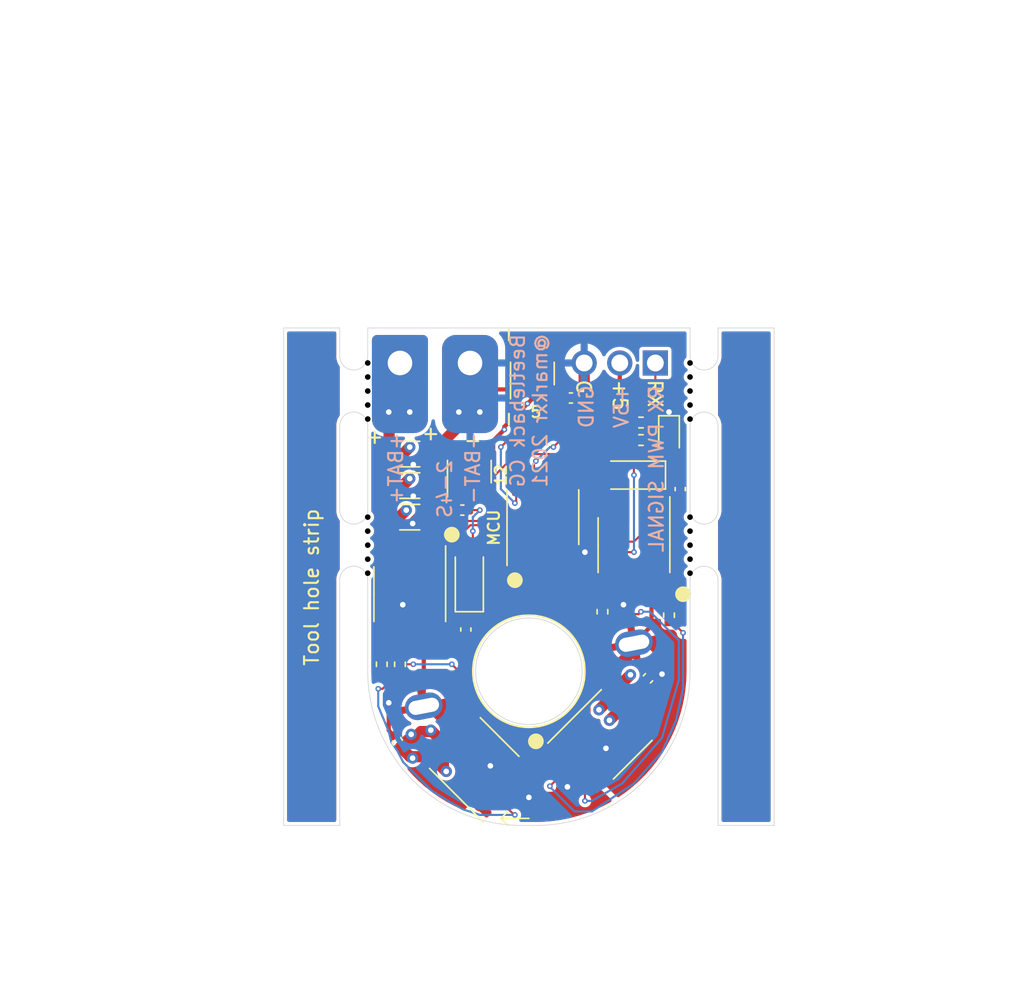
<source format=kicad_pcb>
(kicad_pcb (version 20210722) (generator pcbnew)
  (title_block (date "2021-01-21") (rev "2"))
  (layers (0 "F.Cu" signal) (1 "In1.Cu" signal) (2 "In2.Cu" signal) (31 "B.Cu" signal) (34 "B.Paste" user) (35 "F.Paste" user) (36 "B.SilkS" user "B.Silkscreen") (37 "F.SilkS" user "F.Silkscreen") (38 "B.Mask" user) (39 "F.Mask" user) (44 "Edge.Cuts" user))
  (net 0 "")
  (net 1 "+12V")
  (net 2 "/BLINKY")
  (net 3 "/GH1")
  (net 4 "/GL1")
  (net 5 "/GH2")
  (net 6 "Net-(C2-Pad1)")
  (net 7 "GND")
  (net 8 "/GL2")
  (net 9 "Net-(C3-Pad1)")
  (net 10 "/VBAT")
  (net 11 "/PWMIN")
  (net 12 "/MOTOR_PWM_2")
  (net 13 "/MOTOR_PWM_1")
  (net 14 "/MOTOR_PAD_2")
  (net 15 "/MOTOR_PAD_1")
  (net 16 "+5V")
  (net 17 "Net-(D2-Pad2)")
  (net 19 "/MOTOR_EN")
  (net 20 "/PWMIN1")
  (net 21 "/GH2OUT")
  (net 22 "/GL2OUT")
  (net 23 "/GH1OUT")
  (net 24 "/GL1OUT")
  (footprint "Capacitor_SMD:C_0402_1005Metric" (layer "F.Cu") (at 84.85 122 180)
    (fp_text reference "C1" hide)
    (fp_text value "1uF 25v")
    (pad "1" smd roundrect locked (at -0.48 0 180) (size 0.56 0.62) (layers "F.Cu" "F.Paste" "F.Mask") (net 1 "+12V"))
    (pad "2" smd roundrect locked (at 0.48 0 180) (size 0.56 0.62) (layers "F.Cu" "F.Paste" "F.Mask") (net 7 "GND"))
  )
  (footprint "Capacitor_SMD:C_0402_1005Metric" (layer "F.Cu") (at 100.4 120.5 -90)
    (fp_text reference "C2" hide)
    (fp_text value "1uF 25v")
    (pad "1" smd roundrect locked (at -0.48 0 270) (size 0.56 0.62) (layers "F.Cu" "F.Paste" "F.Mask") (net 6 "Net-(C2-Pad1)"))
    (pad "2" smd roundrect locked (at 0.48 0 270) (size 0.56 0.62) (layers "F.Cu" "F.Paste" "F.Mask") (net 14 "/MOTOR_PAD_2"))
  )
  (footprint "beetleback:bbb_motorpin" (layer "F.Cu") (at 97.1 131.5 -79)
    (fp_text reference "J4" hide)
    (fp_text value "motor_pad_2" hide)
    (pad "1" thru_hole oval locked (at 0 0 281) (size 1.8 2.7) (drill oval 1 2.2) (layers *.Cu *.Mask) (net 14 "/MOTOR_PAD_2"))
  )
  (footprint "Diode_SMD:D_SOD-123" (layer "F.Cu") (at 97.1 119.5 180)
    (fp_text reference "D1" hide)
    (fp_text value "B5819W")
    (pad "1" smd rect locked (at -1.65 0 180) (size 0.9 1.2) (layers "F.Cu" "F.Paste" "F.Mask") (net 6 "Net-(C2-Pad1)"))
    (pad "2" smd rect locked (at 1.65 0 180) (size 0.9 1.2) (layers "F.Cu" "F.Paste" "F.Mask") (net 1 "+12V"))
  )
  (footprint "Resistor_SMD:R_0402_1005Metric" (layer "F.Cu") (at 97.6 115.75 180)
    (fp_text reference "R1" hide)
    (fp_text value "1k")
    (pad "1" smd roundrect locked (at -0.51 0 180) (size 0.54 0.64) (layers "F.Cu" "F.Paste" "F.Mask") (net 20 "/PWMIN1"))
    (pad "2" smd roundrect locked (at 0.51 0 180) (size 0.54 0.64) (layers "F.Cu" "F.Paste" "F.Mask") (net 11 "/PWMIN"))
  )
  (footprint "Capacitor_SMD:C_1206_3216Metric" (layer "F.Cu") (at 81.1 122.5)
    (fp_text reference "C5" hide)
    (fp_text value "22uF 25v")
    (pad "1" smd roundrect locked (at -1.475 0) (size 1.15 1.8) (layers "F.Cu" "F.Paste" "F.Mask") (roundrect_rratio 0.2173913043) (net 10 "/VBAT"))
    (pad "2" smd roundrect locked (at 1.475 0) (size 1.15 1.8) (layers "F.Cu" "F.Paste" "F.Mask") (roundrect_rratio 0.2173913043) (net 7 "GND"))
  )
  (footprint "Resistor_SMD:R_0402_1005Metric" (layer "F.Cu") (at 99.6 129.5 -90)
    (fp_text reference "R5" hide)
    (fp_text value "10R")
    (pad "1" smd roundrect locked (at -0.51 0 270) (size 0.54 0.64) (layers "F.Cu" "F.Paste" "F.Mask") (net 23 "/GH1OUT"))
    (pad "2" smd roundrect locked (at 0.51 0 270) (size 0.54 0.64) (layers "F.Cu" "F.Paste" "F.Mask") (net 3 "/GH1"))
  )
  (footprint "beetleback:mousebites" (layer "F.Cu") (at 78.1 113.5 90)
    (fp_text reference "REF**" hide)
    (fp_text value "mousebites")
    (pad "" np_thru_hole circle locked (at 0 0 90) (size 0.8 0.8) (drill 0.4) (layers *.Mask))
    (pad "" np_thru_hole circle locked (at 2 0 90) (size 0.8 0.8) (drill 0.4) (layers *.Mask))
    (pad "" np_thru_hole circle locked (at 1 0 90) (size 0.8 0.8) (drill 0.4) (layers *.Mask))
    (pad "" np_thru_hole circle locked (at -2 0 90) (size 0.8 0.8) (drill 0.4) (layers *.Mask))
    (pad "" np_thru_hole circle locked (at -1 0 90) (size 0.8 0.8) (drill 0.4) (layers *.Mask))
  )
  (footprint "Package_SO:SOIC-8_3.9x4.9mm_P1.27mm" (layer "F.Cu") (at 85.7 140 135)
    (fp_text reference "Q2" hide)
    (fp_text value "IRF8313PBF")
    (pad "1" smd roundrect locked (at -2.475 -1.905 135) (size 1.95 0.6) (layers "F.Cu" "F.Paste" "F.Mask") (net 15 "/MOTOR_PAD_1"))
    (pad "2" smd roundrect locked (at -2.475 -0.635 135) (size 1.95 0.6) (layers "F.Cu" "F.Paste" "F.Mask") (net 5 "/GH2"))
    (pad "3" smd roundrect locked (at -2.475 0.635 135) (size 1.95 0.6) (layers "F.Cu" "F.Paste" "F.Mask") (net 7 "GND"))
    (pad "4" smd roundrect locked (at -2.475 1.905 135) (size 1.95 0.6) (layers "F.Cu" "F.Paste" "F.Mask") (net 8 "/GL2"))
    (pad "5" smd roundrect locked (at 2.475 1.905 135) (size 1.95 0.6) (layers "F.Cu" "F.Paste" "F.Mask") (net 15 "/MOTOR_PAD_1"))
    (pad "6" smd roundrect locked (at 2.475 0.635 135) (size 1.95 0.6) (layers "F.Cu" "F.Paste" "F.Mask") (net 15 "/MOTOR_PAD_1"))
    (pad "7" smd roundrect locked (at 2.475 -0.635 135) (size 1.95 0.6) (layers "F.Cu" "F.Paste" "F.Mask") (net 10 "/VBAT"))
    (pad "8" smd roundrect locked (at 2.475 -1.905 135) (size 1.95 0.6) (layers "F.Cu" "F.Paste" "F.Mask") (net 10 "/VBAT"))
  )
  (footprint "Package_SO:SOIC-8_3.9x4.9mm_P1.27mm" (layer "F.Cu") (at 90.6 122.5 90)
    (fp_text reference "U1" hide)
    (fp_text value "ATtiny13A-SS")
    (pad "1" smd roundrect locked (at -2.475 -1.905 90) (size 1.95 0.6) (layers "F.Cu" "F.Paste" "F.Mask"))
    (pad "2" smd roundrect locked (at -2.475 -0.635 90) (size 1.95 0.6) (layers "F.Cu" "F.Paste" "F.Mask") (net 12 "/MOTOR_PWM_2"))
    (pad "3" smd roundrect locked (at -2.475 0.635 90) (size 1.95 0.6) (layers "F.Cu" "F.Paste" "F.Mask") (net 2 "/BLINKY"))
    (pad "4" smd roundrect locked (at -2.475 1.905 90) (size 1.95 0.6) (layers "F.Cu" "F.Paste" "F.Mask") (net 7 "GND"))
    (pad "5" smd roundrect locked (at 2.475 1.905 90) (size 1.95 0.6) (layers "F.Cu" "F.Paste" "F.Mask") (net 19 "/MOTOR_EN"))
    (pad "6" smd roundrect locked (at 2.475 0.635 90) (size 1.95 0.6) (layers "F.Cu" "F.Paste" "F.Mask") (net 13 "/MOTOR_PWM_1"))
    (pad "7" smd roundrect locked (at 2.475 -0.635 90) (size 1.95 0.6) (layers "F.Cu" "F.Paste" "F.Mask") (net 11 "/PWMIN"))
    (pad "8" smd roundrect locked (at 2.475 -1.905 90) (size 1.95 0.6) (layers "F.Cu" "F.Paste" "F.Mask") (net 16 "+5V"))
  )
  (footprint "beetleback:mousebites" (layer "F.Cu") (at 101.1 124.5 90)
    (fp_text reference "REF**" hide)
    (fp_text value "mousebites")
    (pad "" np_thru_hole circle locked (at 1 0 90) (size 0.8 0.8) (drill 0.4) (layers *.Mask))
    (pad "" np_thru_hole circle locked (at -2 0 90) (size 0.8 0.8) (drill 0.4) (layers *.Mask))
    (pad "" np_thru_hole circle locked (at 0 0 90) (size 0.8 0.8) (drill 0.4) (layers *.Mask))
    (pad "" np_thru_hole circle locked (at -1 0 90) (size 0.8 0.8) (drill 0.4) (layers *.Mask))
    (pad "" np_thru_hole circle locked (at 2 0 90) (size 0.8 0.8) (drill 0.4) (layers *.Mask))
  )
  (footprint "Capacitor_SMD:C_0402_1005Metric" (layer "F.Cu") (at 92.6 114)
    (fp_text reference "C4" hide)
    (fp_text value "1uF 25v")
    (pad "1" smd roundrect locked (at -0.48 0) (size 0.56 0.62) (layers "F.Cu" "F.Paste" "F.Mask") (net 16 "+5V"))
    (pad "2" smd roundrect locked (at 0.48 0) (size 0.56 0.62) (layers "F.Cu" "F.Paste" "F.Mask") (net 7 "GND"))
  )
  (footprint "LED_SMD:LED_0603_1608Metric" (layer "F.Cu") (at 99.6 116.75 -90)
    (fp_text reference "D2" hide)
    (fp_text value "Red LED")
    (pad "1" smd roundrect locked (at -0.7875 0 270) (size 0.875 0.95) (layers "F.Cu" "F.Paste" "F.Mask") (net 7 "GND"))
    (pad "2" smd roundrect locked (at 0.7875 0 270) (size 0.875 0.95) (layers "F.Cu" "F.Paste" "F.Mask") (net 17 "Net-(D2-Pad2)"))
  )
  (footprint "Package_SO:SOIC-8_3.9x4.9mm_P1.27mm" (layer "F.Cu") (at 95.2 138 45)
    (fp_text reference "Q1" hide)
    (fp_text value "IRF8313PBF")
    (pad "1" smd roundrect locked (at -2.475 -1.905 45) (size 1.95 0.6) (layers "F.Cu" "F.Paste" "F.Mask") (net 14 "/MOTOR_PAD_2"))
    (pad "2" smd roundrect locked (at -2.475 -0.635 45) (size 1.95 0.6) (layers "F.Cu" "F.Paste" "F.Mask") (net 3 "/GH1"))
    (pad "3" smd roundrect locked (at -2.475 0.635 45) (size 1.95 0.6) (layers "F.Cu" "F.Paste" "F.Mask") (net 7 "GND"))
    (pad "4" smd roundrect locked (at -2.475 1.905 45) (size 1.95 0.6) (layers "F.Cu" "F.Paste" "F.Mask") (net 4 "/GL1"))
    (pad "5" smd roundrect locked (at 2.475 1.905 45) (size 1.95 0.6) (layers "F.Cu" "F.Paste" "F.Mask") (net 14 "/MOTOR_PAD_2"))
    (pad "6" smd roundrect locked (at 2.475 0.635 45) (size 1.95 0.6) (layers "F.Cu" "F.Paste" "F.Mask") (net 14 "/MOTOR_PAD_2"))
    (pad "7" smd roundrect locked (at 2.475 -0.635 45) (size 1.95 0.6) (layers "F.Cu" "F.Paste" "F.Mask") (net 10 "/VBAT"))
    (pad "8" smd roundrect locked (at 2.475 -1.905 45) (size 1.95 0.6) (layers "F.Cu" "F.Paste" "F.Mask") (net 10 "/VBAT"))
  )
  (footprint "Capacitor_SMD:C_1206_3216Metric" (layer "F.Cu") (at 81.1 120.25)
    (fp_text reference "C6" hide)
    (fp_text value "22uF 25v")
    (pad "1" smd roundrect locked (at -1.475 0) (size 1.15 1.8) (layers "F.Cu" "F.Paste" "F.Mask") (roundrect_rratio 0.2173913043) (net 10 "/VBAT"))
    (pad "2" smd roundrect locked (at 1.475 0) (size 1.15 1.8) (layers "F.Cu" "F.Paste" "F.Mask") (roundrect_rratio 0.2173913043) (net 7 "GND"))
  )
  (footprint "Resistor_SMD:R_0402_1005Metric" (layer "F.Cu") (at 94.85 129.25 -90)
    (fp_text reference "R6" hide)
    (fp_text value "10R")
    (pad "1" smd roundrect locked (at -0.51 0 270) (size 0.54 0.64) (layers "F.Cu" "F.Paste" "F.Mask") (net 24 "/GL1OUT"))
    (pad "2" smd roundrect locked (at 0.51 0 270) (size 0.54 0.64) (layers "F.Cu" "F.Paste" "F.Mask") (net 4 "/GL1"))
  )
  (footprint "beetleback:beetlepower_in" (layer "F.Cu") (at 80.4 111.5)
    (fp_text reference "J2" hide)
    (fp_text value "powerin")
    (pad "1" smd roundrect locked (at 0 2.5) (size 4 5) (layers "F.Cu" "F.Mask") (net 10 "/VBAT"))
    (pad "1" thru_hole roundrect locked (at 0 0) (size 4 4) (drill 1.75) (layers *.Cu *.Mask) (roundrect_rratio 0.091) (net 10 "/VBAT"))
    (pad "1" smd roundrect locked (at 0 2.5) (size 4 5) (layers "B.Cu" "B.Mask") (net 10 "/VBAT"))
    (pad "2" smd roundrect locked (at 5 2.5) (size 4 5) (layers "B.Cu" "B.Mask") (net 7 "GND"))
    (pad "2" thru_hole roundrect locked (at 5 0) (size 4 4) (drill 1.75) (layers *.Cu *.Mask) (net 7 "GND"))
    (pad "2" smd roundrect locked (at 5 2.5) (size 4 5) (layers "F.Cu" "F.Mask") (net 7 "GND"))
  )
  (footprint "Resistor_SMD:R_0402_1005Metric" (layer "F.Cu") (at 97.6 117)
    (fp_text reference "R4" hide)
    (fp_text value "1k")
    (pad "1" smd roundrect locked (at -0.51 0) (size 0.54 0.64) (layers "F.Cu" "F.Paste" "F.Mask") (net 2 "/BLINKY"))
    (pad "2" smd roundrect locked (at 0.51 0) (size 0.54 0.64) (layers "F.Cu" "F.Paste" "F.Mask") (net 17 "Net-(D2-Pad2)"))
  )
  (footprint "Capacitor_SMD:C_0402_1005Metric" (layer "F.Cu") (at 98.1 134 45)
    (fp_text reference "C9" hide)
    (fp_text value "1uF 25v")
    (pad "1" smd roundrect locked (at -0.48 0 45) (size 0.56 0.62) (layers "F.Cu" "F.Paste" "F.Mask") (net 10 "/VBAT"))
    (pad "2" smd roundrect locked (at 0.48 0 45) (size 0.56 0.62) (layers "F.Cu" "F.Paste" "F.Mask") (net 7 "GND"))
  )
  (footprint "Capacitor_SMD:C_0402_1005Metric" (layer "F.Cu") (at 85.1 130.52 -90)
    (fp_text reference "C3" hide)
    (fp_text value "1uF 25v")
    (pad "1" smd roundrect locked (at -0.48 0 270) (size 0.56 0.62) (layers "F.Cu" "F.Paste" "F.Mask") (net 9 "Net-(C3-Pad1)"))
    (pad "2" smd roundrect locked (at 0.48 0 270) (size 0.56 0.62) (layers "F.Cu" "F.Paste" "F.Mask") (net 15 "/MOTOR_PAD_1"))
  )
  (footprint "beetleback:mousebites" (layer "F.Cu") (at 78.1 124.5 90)
    (fp_text reference "REF**" hide)
    (fp_text value "mousebites")
    (pad "" np_thru_hole circle locked (at 1 0 90) (size 0.8 0.8) (drill 0.4) (layers *.Mask))
    (pad "" np_thru_hole circle locked (at 2 0 90) (size 0.8 0.8) (drill 0.4) (layers *.Mask))
    (pad "" np_thru_hole circle locked (at -1 0 90) (size 0.8 0.8) (drill 0.4) (layers *.Mask))
    (pad "" np_thru_hole circle locked (at -2 0 90) (size 0.8 0.8) (drill 0.4) (layers *.Mask))
    (pad "" np_thru_hole circle locked (at 0 0 90) (size 0.8 0.8) (drill 0.4) (layers *.Mask))
  )
  (footprint "Package_TO_SOT_SMD:SOT-23-5" (layer "F.Cu") (at 89.85 112.25 90)
    (fp_text reference "U3" hide)
    (fp_text value "HT7550-2")
    (pad "1" smd roundrect locked (at -1.1375 -0.95 90) (size 1.325 0.6) (layers "F.Cu" "F.Paste" "F.Mask") (net 7 "GND"))
    (pad "2" smd roundrect locked (at -1.1375 0 90) (size 1.325 0.6) (layers "F.Cu" "F.Paste" "F.Mask") (net 10 "/VBAT"))
    (pad "3" smd roundrect locked (at -1.1375 0.95 90) (size 1.325 0.6) (layers "F.Cu" "F.Paste" "F.Mask") (net 16 "+5V"))
    (pad "4" smd roundrect locked (at 1.1375 0.95 90) (size 1.325 0.6) (layers "F.Cu" "F.Paste" "F.Mask"))
    (pad "5" smd roundrect locked (at 1.1375 -0.95 90) (size 1.325 0.6) (layers "F.Cu" "F.Paste" "F.Mask"))
  )
  (footprint "beetleback:mousebites" (layer "F.Cu") (at 101.1 113.5 90)
    (fp_text reference "REF**" hide)
    (fp_text value "mousebites")
    (pad "" np_thru_hole circle locked (at -2 0 90) (size 0.8 0.8) (drill 0.4) (layers *.Mask))
    (pad "" np_thru_hole circle locked (at -1 0 90) (size 0.8 0.8) (drill 0.4) (layers *.Mask))
    (pad "" np_thru_hole circle locked (at 2 0 90) (size 0.8 0.8) (drill 0.4) (layers *.Mask))
    (pad "" np_thru_hole circle locked (at 1 0 90) (size 0.8 0.8) (drill 0.4) (layers *.Mask))
    (pad "" np_thru_hole circle locked (at 0 0 90) (size 0.8 0.8) (drill 0.4) (layers *.Mask))
  )
  (footprint "Resistor_SMD:R_0402_1005Metric" (layer "F.Cu") (at 79.1 133 90)
    (fp_text reference "R3" hide)
    (fp_text value "10R")
    (pad "1" smd roundrect locked (at -0.51 0 90) (size 0.54 0.64) (layers "F.Cu" "F.Paste" "F.Mask") (net 8 "/GL2"))
    (pad "2" smd roundrect locked (at 0.51 0 90) (size 0.54 0.64) (layers "F.Cu" "F.Paste" "F.Mask") (net 22 "/GL2OUT"))
  )
  (footprint "beetleback:rx_pins" (layer "F.Cu") (at 98.625 111.5 -90)
    (fp_text reference "J1" hide)
    (fp_text value "signalin")
    (pad "1" thru_hole rect (at 0 0 270) (size 1.8 1.8) (drill 1.2) (layers *.Cu *.Mask) (net 20 "/PWMIN1"))
    (pad "2" thru_hole oval (at 0 2.54 270) (size 1.8 1.8) (drill 1.2) (layers *.Cu *.Mask) (net 16 "+5V"))
    (pad "3" thru_hole oval (at 0 5.08 270) (size 1.8 1.8) (drill 1.2) (layers *.Cu *.Mask) (net 7 "GND"))
  )
  (footprint "Package_SO:SOIC-8_3.9x4.9mm_P1.27mm" (layer "F.Cu") (at 97.1 124.5 -90)
    (fp_text reference "U2" hide)
    (fp_text value "ADP3110A")
    (pad "1" smd roundrect locked (at -2.475 -1.905 270) (size 1.95 0.6) (layers "F.Cu" "F.Paste" "F.Mask") (net 6 "Net-(C2-Pad1)"))
    (pad "2" smd roundrect locked (at -2.475 -0.635 270) (size 1.95 0.6) (layers "F.Cu" "F.Paste" "F.Mask") (net 12 "/MOTOR_PWM_2"))
    (pad "3" smd roundrect locked (at -2.475 0.635 270) (size 1.95 0.6) (layers "F.Cu" "F.Paste" "F.Mask") (net 19 "/MOTOR_EN"))
    (pad "4" smd roundrect locked (at -2.475 1.905 270) (size 1.95 0.6) (layers "F.Cu" "F.Paste" "F.Mask") (net 1 "+12V"))
    (pad "5" smd roundrect locked (at 2.475 1.905 270) (size 1.95 0.6) (layers "F.Cu" "F.Paste" "F.Mask") (net 24 "/GL1OUT"))
    (pad "6" smd roundrect locked (at 2.475 0.635 270) (size 1.95 0.6) (layers "F.Cu" "F.Paste" "F.Mask") (net 7 "GND"))
    (pad "7" smd roundrect locked (at 2.475 -0.635 270) (size 1.95 0.6) (layers "F.Cu" "F.Paste" "F.Mask") (net 14 "/MOTOR_PAD_2"))
    (pad "8" smd roundrect locked (at 2.475 -1.905 270) (size 1.95 0.6) (layers "F.Cu" "F.Paste" "F.Mask") (net 23 "/GH1OUT"))
  )
  (footprint "Diode_SMD:D_SOD-123" (layer "F.Cu") (at 85.35 127 90)
    (fp_text reference "D3" hide)
    (fp_text value "B5819W")
    (pad "1" smd rect locked (at -1.65 0 90) (size 0.9 1.2) (layers "F.Cu" "F.Paste" "F.Mask") (net 9 "Net-(C3-Pad1)"))
    (pad "2" smd rect locked (at 1.65 0 90) (size 0.9 1.2) (layers "F.Cu" "F.Paste" "F.Mask") (net 1 "+12V"))
  )
  (footprint "Resistor_SMD:R_0402_1005Metric" (layer "F.Cu") (at 80.4 133 90)
    (fp_text reference "R2" hide)
    (fp_text value "10R")
    (pad "1" smd roundrect locked (at -0.51 0 90) (size 0.54 0.64) (layers "F.Cu" "F.Paste" "F.Mask") (net 5 "/GH2"))
    (pad "2" smd roundrect locked (at 0.51 0 90) (size 0.54 0.64) (layers "F.Cu" "F.Paste" "F.Mask") (net 21 "/GH2OUT"))
  )
  (footprint "Capacitor_SMD:C_0402_1005Metric" (layer "F.Cu") (at 80.2 138.5 120)
    (fp_text reference "C8" hide)
    (fp_text value "1uF 25v")
    (pad "1" smd roundrect locked (at -0.48 0 120) (size 0.56 0.62) (layers "F.Cu" "F.Paste" "F.Mask") (net 10 "/VBAT"))
    (pad "2" smd roundrect locked (at 0.48 0 120) (size 0.56 0.62) (layers "F.Cu" "F.Paste" "F.Mask") (net 7 "GND"))
  )
  (footprint "Package_SO:SOIC-8_3.9x4.9mm_P1.27mm" (layer "F.Cu") (at 81.1 128 -90)
    (fp_text reference "U4" hide)
    (fp_text value "ADP3110A")
    (pad "1" smd roundrect locked (at -2.475 -1.905 270) (size 1.95 0.6) (layers "F.Cu" "F.Paste" "F.Mask") (net 9 "Net-(C3-Pad1)"))
    (pad "2" smd roundrect locked (at -2.475 -0.635 270) (size 1.95 0.6) (layers "F.Cu" "F.Paste" "F.Mask") (net 13 "/MOTOR_PWM_1"))
    (pad "3" smd roundrect locked (at -2.475 0.635 270) (size 1.95 0.6) (layers "F.Cu" "F.Paste" "F.Mask") (net 19 "/MOTOR_EN"))
    (pad "4" smd roundrect locked (at -2.475 1.905 270) (size 1.95 0.6) (layers "F.Cu" "F.Paste" "F.Mask") (net 1 "+12V"))
    (pad "5" smd roundrect locked (at 2.475 1.905 270) (size 1.95 0.6) (layers "F.Cu" "F.Paste" "F.Mask") (net 22 "/GL2OUT"))
    (pad "6" smd roundrect locked (at 2.475 0.635 270) (size 1.95 0.6) (layers "F.Cu" "F.Paste" "F.Mask") (net 7 "GND"))
    (pad "7" smd roundrect locked (at 2.475 -0.635 270) (size 1.95 0.6) (layers "F.Cu" "F.Paste" "F.Mask") (net 15 "/MOTOR_PAD_1"))
    (pad "8" smd roundrect locked (at 2.475 -1.905 270) (size 1.95 0.6) (layers "F.Cu" "F.Paste" "F.Mask") (net 21 "/GH2OUT"))
  )
  (footprint "Capacitor_SMD:C_1206_3216Metric" (layer "F.Cu") (at 81.1 118)
    (fp_text reference "C7" hide)
    (fp_text value "22uF 25v")
    (pad "1" smd roundrect locked (at -1.475 0) (size 1.15 1.8) (layers "F.Cu" "F.Paste" "F.Mask") (roundrect_rratio 0.2173913043) (net 10 "/VBAT"))
    (pad "2" smd roundrect locked (at 1.475 0) (size 1.15 1.8) (layers "F.Cu" "F.Paste" "F.Mask") (roundrect_rratio 0.2173913043) (net 7 "GND"))
  )
  (footprint "beetleback:bbb_motorpin" (layer "F.Cu") (at 82.1 136 -79)
    (fp_text reference "J3" hide)
    (fp_text value "motor_pad_1" hide)
    (pad "1" thru_hole oval locked (at 0 0 281) (size 1.8 2.7) (drill oval 1 2.2) (layers *.Cu *.Mask) (net 15 "/MOTOR_PAD_1"))
  )
  (footprint "Package_TO_SOT_SMD:SOT-23-5" (layer "F.Cu") (at 85.35 119.25 90)
    (fp_text reference "U5" hide)
    (fp_text value "HT75C0-2")
    (pad "1" smd roundrect locked (at -1.1375 -0.95 90) (size 1.325 0.6) (layers "F.Cu" "F.Paste" "F.Mask") (net 7 "GND"))
    (pad "2" smd roundrect locked (at -1.1375 0 90) (size 1.325 0.6) (layers "F.Cu" "F.Paste" "F.Mask") (net 10 "/VBAT"))
    (pad "3" smd roundrect locked (at -1.1375 0.95 90) (size 1.325 0.6) (layers "F.Cu" "F.Paste" "F.Mask") (net 1 "+12V"))
    (pad "4" smd roundrect locked (at 1.1375 0.95 90) (size 1.325 0.6) (layers "F.Cu" "F.Paste" "F.Mask"))
    (pad "5" smd roundrect locked (at 1.1375 -0.95 90) (size 1.325 0.6) (layers "F.Cu" "F.Paste" "F.Mask"))
  )
  (gr_circle (center 90.1 138.5) (end 90.6 138.5) (layer "F.SilkS") (width 0.12) (fill solid))
  (gr_circle (center 89.6 133.5) (end 93.6 133.5) (layer "F.SilkS") (width 0.12) (fill none))
  (gr_line (start 87.6 144) (end 88.1 143.5) (layer "F.SilkS") (width 0.12))
  (gr_circle (center 84.1 123.75) (end 84.6 123.75) (layer "F.SilkS") (width 0.12) (fill solid))
  (gr_line (start 87.6 144) (end 88.1 144.5) (layer "F.SilkS") (width 0.12))
  (gr_circle (center 88.6 127) (end 89.1 127) (layer "F.SilkS") (width 0.12) (fill solid))
  (gr_circle (center 100.6 128) (end 101.1 128) (layer "F.SilkS") (width 0.12) (fill solid))
  (gr_line (start 89.6 144) (end 87.6 144) (layer "F.SilkS") (width 0.12))
  (gr_arc (start 102.1 116) (end 101.1 116) (angle 180) (layer "Edge.Cuts") (width 0.05))
  (gr_arc (start 77.1 122) (end 76.1 122) (angle -180) (layer "Edge.Cuts") (width 0.05))
  (gr_line (start 101.1 127) (end 101.1 133.5) (layer "Edge.Cuts") (width 0.05))
  (gr_line (start 76.1 109) (end 72.1 109) (layer "Edge.Cuts") (width 0.05))
  (gr_line (start 103.1 122) (end 103.1 116) (layer "Edge.Cuts") (width 0.05))
  (gr_line (start 103.1 109) (end 107.1 109) (layer "Edge.Cuts") (width 0.05))
  (gr_arc (start 90.1 133.5) (end 101.1 133.5) (angle 90) (layer "Edge.Cuts") (width 0.05))
  (gr_line (start 72.1 144.5) (end 76.1 144.5) (layer "Edge.Cuts") (width 0.05))
  (gr_line (start 76.1 144.5) (end 76.1 127) (layer "Edge.Cuts") (width 0.05))
  (gr_arc (start 89.1 133.5) (end 89.1 144.5) (angle 90) (layer "Edge.Cuts") (width 0.05))
  (gr_line (start 89.1 144.5) (end 90.1 144.5) (layer "Edge.Cuts") (width 0.05))
  (gr_line (start 103.1 109) (end 103.1 111) (layer "Edge.Cuts") (width 0.05))
  (gr_arc (start 102.1 111) (end 103.1 111) (angle 180) (layer "Edge.Cuts") (width 0.05))
  (gr_line (start 78.1 109) (end 101.1 109) (layer "Edge.Cuts") (width 0.05))
  (gr_circle (center 89.6 133.5) (end 93.4 133.5) (layer "Edge.Cuts") (width 0.05) (fill none))
  (gr_arc (start 102.1 122) (end 103.1 122) (angle 180) (layer "Edge.Cuts") (width 0.05))
  (gr_line (start 76.1 122) (end 76.1 116) (layer "Edge.Cuts") (width 0.05))
  (gr_arc (start 102.1 127) (end 101.1 127) (angle 180) (layer "Edge.Cuts") (width 0.05))
  (gr_line (start 107.1 109) (end 107.1 144.5) (layer "Edge.Cuts") (width 0.05))
  (gr_line (start 78.1 111) (end 78.1 109) (layer "Edge.Cuts") (width 0.05))
  (gr_arc (start 77.1 116) (end 78.1 116) (angle -180) (layer "Edge.Cuts") (width 0.05))
  (gr_line (start 101.1 116) (end 101.1 122) (layer "Edge.Cuts") (width 0.05))
  (gr_line (start 78.1 122) (end 78.1 116) (layer "Edge.Cuts") (width 0.05))
  (gr_line (start 101.1 111) (end 101.1 109) (layer "Edge.Cuts") (width 0.05))
  (gr_line (start 78.1 133.5) (end 78.1 127) (layer "Edge.Cuts") (width 0.05))
  (gr_line (start 76.1 109) (end 76.1 111) (layer "Edge.Cuts") (width 0.05))
  (gr_arc (start 77.1 111) (end 76.1 111) (angle -180) (layer "Edge.Cuts") (width 0.05))
  (gr_arc (start 77.1 127) (end 78.1 127) (angle -180) (layer "Edge.Cuts") (width 0.05))
  (gr_line (start 72.1 109) (end 72.1 144.5) (layer "Edge.Cuts") (width 0.05))
  (gr_line (start 103.1 144.5) (end 103.1 127) (layer "Edge.Cuts") (width 0.05))
  (gr_line (start 107.1 144.5) (end 103.1 144.5) (layer "Edge.Cuts") (width 0.05))
  (gr_text "GND" (at 93.7 113 90) (layer "B.SilkS") (effects (font (size 1 1)) (justify left mirror)))
  (gr_text "+5V" (at 96.2 113 90) (layer "B.SilkS") (effects (font (size 1 1)) (justify left mirror)))
  (gr_text "-BAT-" (at 85.6 119 90) (layer "B.SilkS") (effects (font (size 1 1)) (justify mirror)))
  (gr_text "RX PWM SIGNAL" (at 98.7 113 90) (layer "B.SilkS") (effects (font (size 1 1)) (justify left mirror)))
  (gr_text "+BAT+" (at 80.1 119 90) (layer "B.SilkS") (effects (font (size 1 1)) (justify mirror)))
  (gr_text "2-4S" (at 83.6 120.5 90) (layer "B.SilkS") (effects (font (size 1 1)) (justify mirror)))
  (gr_text "Beetleback CG\n@markxr 2021" (at 89.6 114.9 90) (layer "B.SilkS") (effects (font (size 1 1)) (justify mirror)))
  (gr_text "12" (at 87.6 119.5 90) (layer "F.SilkS") (effects (font (size 0.8 0.8))))
  (gr_text "-" (at 85.6 117) (layer "F.SilkS") (effects (font (size 1 1))))
  (gr_text "-" (at 88.1 109.5 90) (layer "F.SilkS") (effects (font (size 1 1))))
  (gr_text "Tool hole strip" (at 74.1 127.5 90) (layer "F.SilkS") (effects (font (size 1 1))))
  (gr_text "G" (at 93.5 112.6 270) (layer "F.SilkS") (effects (font (size 1 1)) (justify left)))
  (gr_text "-" (at 88.1 115.5 90) (layer "F.SilkS") (effects (font (size 1 1))))
  (gr_text "+" (at 82.6 116.5) (layer "F.SilkS") (effects (font (size 1 1))))
  (gr_text "+" (at 78.6 116.75) (layer "F.SilkS") (effects (font (size 1 1))))
  (gr_text "RX" (at 98.6 112.6 270) (layer "F.SilkS") (effects (font (size 1 1)) (justify left)))
  (gr_text "+5" (at 96.1 112.6 270) (layer "F.SilkS") (effects (font (size 1 1)) (justify left)))
  (gr_text "5" (at 90.1 115) (layer "F.SilkS") (effects (font (size 0.8 0.8))))
  (gr_text "MCU" (at 87.1 123.25 90) (layer "F.SilkS") (effects (font (size 0.8 0.8))))
  (segment (start 82.040142 126.724546) (end 79.574546 126.724546) (width 0.15) (layer "F.Cu") (net 1))
  (segment (start 79.195 126.345) (end 79.195 125.525) (width 0.15) (layer "F.Cu") (net 1))
  (segment (start 95.195 119.755) (end 95.45 119.5) (width 0.15) (layer "F.Cu") (net 1))
  (segment (start 95.45 119.5) (end 94.6 119.5) (width 0.15) (layer "F.Cu") (net 1))
  (segment (start 85.35 125.35) (end 84.325454 124.325454) (width 0.15) (layer "F.Cu") (net 1))
  (segment (start 88.6875 118) (end 86.3 120.3875) (width 0.15) (layer "F.Cu") (net 1))
  (segment (start 86.3 121.03) (end 86.3 120.3875) (width 0.15) (layer "F.Cu") (net 1))
  (segment (start 85.6 125.1) (end 85.35 125.35) (width 0.15) (layer "F.Cu") (net 1))
  (segment (start 94.6 119.5) (end 93.1 118) (width 0.15) (layer "F.Cu") (net 1))
  (segment (start 82.259546 124.590454) (end 82.259546 126.505142) (width 0.15) (layer "F.Cu") (net 1))
  (segment (start 85.33 122) (end 86.3 121.03) (width 0.15) (layer "F.Cu") (net 1))
  (segment (start 93.1 118) (end 88.6875 118) (width 0.15) (layer "F.Cu") (net 1))
  (segment (start 95.195 122.025) (end 95.195 119.755) (width 0.15) (layer "F.Cu") (net 1))
  (segment (start 85.33 122) (end 86.1 122) (width 0.15) (layer "F.Cu") (net 1))
  (segment (start 85.6 123.5) (end 85.6 125.1) (width 0.15) (layer "F.Cu") (net 1))
  (segment (start 84.325454 124.325454) (end 82.524546 124.325454) (width 0.15) (layer "F.Cu") (net 1))
  (segment (start 82.259546 126.505142) (end 82.040142 126.724546) (width 0.15) (layer "F.Cu") (net 1))
  (segment (start 82.524546 124.325454) (end 82.259546 124.590454) (width 0.15) (layer "F.Cu") (net 1))
  (segment (start 79.574546 126.724546) (end 79.195 126.345) (width 0.15) (layer "F.Cu") (net 1))
  (via (at 85.6 123.5) (size 0.4) (drill 0.2) (layers "F.Cu" "B.Cu") (net 1))
  (via (at 86.1 122) (size 0.4) (drill 0.2) (layers "F.Cu" "B.Cu") (net 1))
  (segment (start 85.6 122.5) (end 85.6 123.5) (width 0.15) (layer "B.Cu") (net 1))
  (segment (start 86.1 122) (end 85.6 122.5) (width 0.15) (layer "B.Cu") (net 1))
  (segment (start 94.85 125) (end 96.6 125) (width 0.15) (layer "F.Cu") (net 2))
  (segment (start 93.35 126.5) (end 94.85 125) (width 0.15) (layer "F.Cu") (net 2))
  (segment (start 97.1 119.5) (end 97.09 119.49) (width 0.15) (layer "F.Cu") (net 2))
  (segment (start 97.09 119.49) (end 97.09 117) (width 0.15) (layer "F.Cu") (net 2))
  (segment (start 91.785 126.5) (end 93.35 126.5) (width 0.15) (layer "F.Cu") (net 2))
  (segment (start 91.235 124.975) (end 91.235 125.95) (width 0.15) (layer "F.Cu") (net 2))
  (segment (start 91.235 125.95) (end 91.785 126.5) (width 0.15) (layer "F.Cu") (net 2))
  (segment (start 96.6 125) (end 97.1 125) (width 0.15) (layer "F.Cu") (net 2))
  (via (at 97.1 125) (size 0.4) (drill 0.2) (layers "F.Cu" "B.Cu") (net 2))
  (via (at 97.1 119.5) (size 0.4) (drill 0.2) (layers "F.Cu" "B.Cu") (net 2))
  (segment (start 97.1 125) (end 97.1 119.5) (width 0.15) (layer "B.Cu") (net 2))
  (segment (start 93.000898 139.799602) (end 93.000898 139.301076) (width 0.15) (layer "F.Cu") (net 3))
  (segment (start 99.6 130.01) (end 99.86 130.01) (width 0.15) (layer "F.Cu") (net 3))
  (segment (start 91.1 141.7005) (end 93.000898 139.799602) (width 0.15) (layer "F.Cu") (net 3))
  (segment (start 99.86 130.01) (end 100.6 130.75) (width 0.15) (layer "F.Cu") (net 3))
  (via (at 100.6 130.75) (size 0.4) (drill 0.2) (layers "F.Cu" "B.Cu") (net 3))
  (via (at 91.1 141.7005) (size 0.4) (drill 0.2) (layers "F.Cu" "B.Cu") (net 3))
  (segment (start 94.1 143.5) (end 92.85 143.5) (width 0.15) (layer "B.Cu") (net 3))
  (segment (start 99.1 139.25) (end 97.1 141.5) (width 0.15) (layer "B.Cu") (net 3))
  (segment (start 100.6 134.75) (end 100.1 137) (width 0.15) (layer "B.Cu") (net 3))
  (segment (start 92.85 143.5) (end 91.1 141.75) (width 0.15) (layer "B.Cu") (net 3))
  (segment (start 97.1 141.5) (end 94.1 143.5) (width 0.15) (layer "B.Cu") (net 3))
  (segment (start 100.1 137) (end 99.1 139.25) (width 0.15) (layer "B.Cu") (net 3))
  (segment (start 91.1 141.75) (end 91.1 141.7005) (width 0.15) (layer "B.Cu") (net 3))
  (segment (start 100.6 130.75) (end 100.6 134.75) (width 0.15) (layer "B.Cu") (net 3))
  (segment (start 93.6 142.25) (end 94.752872 141.097128) (width 0.15) (layer "F.Cu") (net 4))
  (segment (start 97.6 129.25) (end 97.425489 129.424511) (width 0.15) (layer "F.Cu") (net 4))
  (segment (start 97.425489 129.424511) (end 95.185489 129.424511) (width 0.15) (layer "F.Cu") (net 4))
  (segment (start 93.6 142.75) (end 93.6 142.25) (width 0.15) (layer "F.Cu") (net 4))
  (segment (start 94.752872 141.097128) (end 94.796949 141.097128) (width 0.15) (layer "F.Cu") (net 4))
  (segment (start 95.185489 129.424511) (end 94.85 129.76) (width 0.15) (layer "F.Cu") (net 4))
  (via (at 93.6 142.75) (size 0.4) (drill 0.2) (layers "F.Cu" "B.Cu") (net 4))
  (via (at 97.6 129.25) (size 0.4) (drill 0.2) (layers "F.Cu" "B.Cu") (net 4))
  (segment (start 99.1 138.25) (end 96.263462 141.5) (width 0.15) (layer "B.Cu") (net 4))
  (segment (start 94.1 142.75) (end 93.6 142.75) (width 0.15) (layer "B.Cu") (net 4))
  (segment (start 100.3 131.3) (end 100.3 134.126414) (width 0.15) (layer "B.Cu") (net 4))
  (segment (start 97.6 129.25) (end 98.25 129.25) (width 0.15) (layer "B.Cu") (net 4))
  (segment (start 98.25 129.25) (end 100.3 131.3) (width 0.15) (layer "B.Cu") (net 4))
  (segment (start 100.3 134.126414) (end 99.1 138.25) (width 0.15) (layer "B.Cu") (net 4))
  (segment (start 96.263462 141.5) (end 94.1 142.75) (width 0.15) (layer "B.Cu") (net 4))
  (segment (start 88.551974 143.75) (end 87.001076 142.199102) (width 0.15) (layer "F.Cu") (net 5))
  (segment (start 79.16 134.75) (end 80.4 133.51) (width 0.15) (layer "F.Cu") (net 5))
  (segment (start 78.85 134.75) (end 79.16 134.75) (width 0.15) (layer "F.Cu") (net 5))
  (segment (start 88.6 143.75) (end 88.551974 143.75) (width 0.15) (layer "F.Cu") (net 5))
  (via (at 88.6 143.75) (size 0.4) (drill 0.2) (layers "F.Cu" "B.Cu") (net 5))
  (via (at 78.85 134.75) (size 0.4) (drill 0.2) (layers "F.Cu" "B.Cu") (net 5))
  (segment (start 80.625489 139.979393) (end 82.646096 142) (width 0.15) (layer "B.Cu") (net 5))
  (segment (start 79.6 137.8) (end 79.786646 138.563354) (width 0.15) (layer "B.Cu") (net 5))
  (segment (start 83.85 142.75) (end 84.908276 143.354729) (width 0.15) (layer "B.Cu") (net 5))
  (segment (start 78.85 136) (end 79.6 137.8) (width 0.15) (layer "B.Cu") (net 5))
  (segment (start 80.200291 139.149709) (end 80.625489 139.979393) (width 0.15) (layer "B.Cu") (net 5))
  (segment (start 86.1 143.75) (end 88.6 143.75) (width 0.15) (layer "B.Cu") (net 5))
  (segment (start 84.908276 143.354729) (end 86.1 143.75) (width 0.15) (layer "B.Cu") (net 5))
  (segment (start 82.646096 142) (end 83.85 142.75) (width 0.15) (layer "B.Cu") (net 5))
  (segment (start 78.85 134.75) (end 78.85 136) (width 0.15) (layer "B.Cu") (net 5))
  (segment (start 79.786646 138.563354) (end 80.200291 139.149709) (width 0.15) (layer "B.Cu") (net 5))
  (segment (start 99.005 120.655) (end 99.005 122.025) (width 0.15) (layer "F.Cu") (net 6))
  (segment (start 98.75 120.4) (end 99.005 120.655) (width 0.15) (layer "F.Cu") (net 6))
  (segment (start 100.4 120.02) (end 99.005 121.415) (width 0.15) (layer "F.Cu") (net 6))
  (segment (start 99.005 121.415) (end 99.005 122.025) (width 0.15) (layer "F.Cu") (net 6))
  (segment (start 98.75 119.5) (end 98.75 120.4) (width 0.15) (layer "F.Cu") (net 6))
  (segment (start 80.465 128.885) (end 80.6 128.75) (width 0.3) (layer "F.Cu") (net 7))
  (segment (start 79.6 137.724308) (end 79.96 138.084308) (width 0.3) (layer "F.Cu") (net 7))
  (segment (start 93.08 114) (end 93.08 113.52) (width 0.8) (layer "F.Cu") (net 7))
  (segment (start 80.465 130.475) (end 80.465 128.885) (width 0.3) (layer "F.Cu") (net 7))
  (segment (start 81.763534 122.5) (end 81.306767 122.956767) (width 0.8) (layer "F.Cu") (net 7))
  (segment (start 93.545 112.945) (end 93.545 111.5) (width 0.8) (layer "F.Cu") (net 7))
  (segment (start 96.465 126.975) (end 96.465 128.635) (width 0.3) (layer "F.Cu") (net 7))
  (segment (start 89.1 142.5) (end 91.598026 142.5) (width 0.8) (layer "F.Cu") (net 7))
  (segment (start 87.899102 141.301076) (end 87.901076 141.301076) (width 0.8) (layer "F.Cu") (net 7))
  (segment (start 82.575 122.5) (end 81.763534 122.5) (width 0.8) (layer "F.Cu") (net 7))
  (segment (start 87.899102 141.299102) (end 86.85 140.25) (width 0.8) (layer "F.Cu") (net 7))
  (segment (start 82.575 122.5) (end 82.575 120.25) (width 0.8) (layer "F.Cu") (net 7))
  (segment (start 87.2125 113.3875) (end 85.8 111.975) (width 0.3) (layer "F.Cu") (net 7))
  (segment (start 84.37 122) (end 84.37 120.4175) (width 0.3) (layer "F.Cu") (net 7))
  (segment (start 79.6 135.75) (end 79.6 137.724308) (width 0.3) (layer "F.Cu") (net 7))
  (segment (start 87.901076 141.301076) (end 89.1 142.5) (width 0.8) (layer "F.Cu") (net 7))
  (segment (start 99.058469 133.660589) (end 99.1005 133.70262) (width 0.3) (layer "F.Cu") (net 7))
  (segment (start 93.08 113.52) (end 93.6 113) (width 0.8) (layer "F.Cu") (net 7))
  (segment (start 98.439411 133.660589) (end 99.058469 133.660589) (width 0.3) (layer "F.Cu") (net 7))
  (segment (start 93.898924 140.199102) (end 93.900898 140.199102) (width 0.8) (layer "F.Cu") (net 7))
  (segment (start 91.598026 142.5) (end 93.898924 140.199102) (width 0.8) (layer "F.Cu") (net 7))
  (segment (start 93.6 113) (end 93.545 112.945) (width 0.8) (layer "F.Cu") (net 7))
  (segment (start 82.575 120.25) (end 82.575 118) (width 0.8) (layer "F.Cu") (net 7))
  (segment (start 82.7125 120.3875) (end 82.575 120.25) (width 0.8) (layer "F.Cu") (net 7))
  (segment (start 82.575 118) (end 82.6 118) (width 0.8) (layer "F.Cu") (net 7))
  (segment (start 82.575 118) (end 82.1 118) (width 0.8) (layer "F.Cu") (net 7))
  (segment (start 85.4 115.2) (end 85.4 114) (width 0.8) (layer "F.Cu") (net 7))
  (segment (start 82.6 118) (end 85.4 115.2) (width 0.8) (layer "F.Cu") (net 7))
  (segment (start 88.9 113.3875) (end 87.2125 113.3875) (width 0.3) (layer "F.Cu") (net 7))
  (segment (start 82.1 120.25) (end 81.35 121) (width 0.8) (layer "F.Cu") (net 7))
  (segment (start 99.6 115.9625) (end 99.6 115) (width 0.3) (layer "F.Cu") (net 7))
  (segment (start 82.575 120.25) (end 82.1 120.25) (width 0.8) (layer "F.Cu") (net 7))
  (segment (start 96.465 128.635) (end 96.35 128.75) (width 0.3) (layer "F.Cu") (net 7))
  (segment (start 84.4 120.3875) (end 82.7125 120.3875) (width 0.8) (layer "F.Cu") (net 7))
  (segment (start 93.900898 140.199102) (end 95.1 139) (width 0.8) (layer "F.Cu") (net 7))
  (segment (start 92.505 124.975) (end 93.575 124.975) (width 0.3) (layer "F.Cu") (net 7))
  (segment (start 87.899102 141.301076) (end 87.899102 141.299102) (width 0.8) (layer "F.Cu") (net 7))
  (segment (start 84.37 120.4175) (end 84.4 120.3875) (width 0.3) (layer "F.Cu") (net 7))
  (segment (start 82.1 118) (end 81.35 118.75) (width 0.8) (layer "F.Cu") (net 7))
  (segment (start 85.8 111.975) (end 85.8 111.5) (width 0.3) (layer "F.Cu") (net 7))
  (segment (start 93.575 124.975) (end 93.6 125) (width 0.3) (layer "F.Cu") (net 7))
  (via (at 81.306767 122.956767) (size 0.8) (drill 0.4) (layers "F.Cu" "B.Cu") (net 7))
  (via (at 80.6 128.75) (size 0.8) (drill 0.4) (layers "F.Cu" "B.Cu") (net 7))
  (via (at 99.6 115) (size 0.8) (drill 0.4) (layers "F.Cu" "B.Cu") (net 7))
  (via (at 89.6 142.5) (size 0.8) (drill 0.4) (layers "F.Cu" "B.Cu") (net 7))
  (via (at 79.6 135.75) (size 0.8) (drill 0.4) (layers "F.Cu" "B.Cu") (net 7))
  (via (at 81.35 118.75) (size 0.8) (drill 0.4) (layers "F.Cu" "B.Cu") (net 7))
  (via (at 86.85 140.25) (size 0.8) (drill 0.4) (layers "F.Cu" "B.Cu") (net 7))
  (via (at 81.35 121) (size 0.8) (drill 0.4) (layers "F.Cu" "B.Cu") (net 7))
  (via (at 93.6 125) (size 0.8) (drill 0.4) (layers "F.Cu" "B.Cu") (net 7))
  (via (at 84.6 115) (size 0.8) (drill 0.4) (layers "F.Cu" "B.Cu") (net 7))
  (via (at 99.1005 133.70262) (size 0.8) (drill 0.4) (layers "F.Cu" "B.Cu") (net 7))
  (via (at 92.35 141.75) (size 0.8) (drill 0.4) (layers "F.Cu" "B.Cu") (net 7))
  (via (at 96.35 128.75) (size 0.8) (drill 0.4) (layers "F.Cu" "B.Cu") (net 7))
  (via (at 86.1 115) (size 0.8) (drill 0.4) (layers "F.Cu" "B.Cu") (net 7))
  (via (at 95.1 139) (size 0.8) (drill 0.4) (layers "F.Cu" "B.Cu") (net 7))
  (segment (start 84.1 133) (end 85.6 134.5) (width 0.15) (layer "F.Cu") (net 8))
  (segment (start 79.61 133) (end 81.35 133) (width 0.15) (layer "F.Cu") (net 8))
  (segment (start 88.852932 138.752932) (end 88.852932 140.347247) (width 0.15) (layer "F.Cu") (net 8))
  (segment (start 85.6 135.5) (end 88.852932 138.752932) (width 0.15) (layer "F.Cu") (net 8))
  (segment (start 88.852932 140.347247) (end 88.797128 140.403051) (width 0.15) (layer "F.Cu") (net 8))
  (segment (start 85.6 134.5) (end 85.6 135.5) (width 0.15) (layer "F.Cu") (net 8))
  (segment (start 79.1 133.51) (end 79.61 133) (width 0.15) (layer "F.Cu") (net 8))
  (via (at 81.35 133) (size 0.4) (drill 0.2) (layers "F.Cu" "B.Cu") (net 8))
  (via (at 84.1 133) (size 0.4) (drill 0.2) (layers "F.Cu" "B.Cu") (net 8))
  (segment (start 81.35 133) (end 84.1 133) (width 0.15) (layer "B.Cu") (net 8))
  (segment (start 85.35 127.06) (end 85.35 128.65) (width 0.15) (layer "F.Cu") (net 9))
  (segment (start 83.815 125.525) (end 85.35 127.06) (width 0.15) (layer "F.Cu") (net 9))
  (segment (start 85.35 129.79) (end 85.1 130.04) (width 0.15) (layer "F.Cu") (net 9))
  (segment (start 85.35 128.65) (end 85.35 129.79) (width 0.15) (layer "F.Cu") (net 9))
  (segment (start 83.005 125.525) (end 83.815 125.525) (width 0.15) (layer "F.Cu") (net 9))
  (segment (start 95.603051 134.902872) (end 96.501076 135.800898) (width 0.8) (layer "F.Cu") (net 10))
  (segment (start 96.501076 135.848924) (end 95.35 137) (width 0.8) (layer "F.Cu") (net 10))
  (segment (start 95.697128 134.902872) (end 96.85 133.75) (width 0.8) (layer "F.Cu") (net 10))
  (segment (start 86.40601 119.375454) (end 85.943082 119.375454) (width 0.3) (layer "F.Cu") (net 10))
  (segment (start 82.602872 139.596949) (end 82.650837 139.596949) (width 0.8) (layer "F.Cu") (net 10))
  (segment (start 81.121257 139.596949) (end 80.44 138.915692) (width 0.8) (layer "F.Cu") (net 10))
  (segment (start 85.943082 119.375454) (end 85.35 119.968536) (width 0.3) (layer "F.Cu") (net 10))
  (segment (start 89.85 113.3875) (end 89.85 114.05) (width 0.3) (layer "F.Cu") (net 10))
  (segment (start 87.85 116.05) (end 87.85 116.25) (width 0.3) (layer "F.Cu") (net 10))
  (segment (start 82.602872 139.596949) (end 83.500898 138.698924) (width 0.8) (layer "F.Cu") (net 10))
  (segment (start 80.6 120.25) (end 81.1 119.75) (width 0.8) (layer "F.Cu") (net 10))
  (segment (start 80.35 122.5) (end 80.85 122) (width 0.8) (layer "F.Cu") (net 10))
  (segment (start 79.625 114.775) (end 80.4 114) (width 0.8) (layer "F.Cu") (net 10))
  (segment (start 87.050489 118.730975) (end 86.40601 119.375454) (width 0.3) (layer "F.Cu") (net 10))
  (segment (start 80.6 118) (end 81.1 117.5) (width 0.8) (layer "F.Cu") (net 10))
  (segment (start 79.625 120.25) (end 79.625 118) (width 0.8) (layer "F.Cu") (net 10))
  (segment (start 96.501076 135.800898) (end 96.501076 135.848924) (width 0.8) (layer "F.Cu") (net 10))
  (segment (start 95.603051 135.246949) (end 94.6 136.25) (width 0.8) (layer "F.Cu") (net 10))
  (segment (start 89.85 114.05) (end 89.5 114.4) (width 0.3) (layer "F.Cu") (net 10))
  (segment (start 83.500898 138.698924) (end 83.500898 140.44701) (width 0.8) (layer "F.Cu") (net 10))
  (segment (start 81.9 137.8) (end 81.3 138.4) (width 0.8) (layer "F.Cu") (net 10))
  (segment (start 80.955692 138.4) (end 80.44 138.915692) (width 0.8) (layer "F.Cu") (net 10))
  (segment (start 89.5 114.4) (end 87.85 116.05) (width 0.3) (layer "F.Cu") (net 10))
  (segment (start 82.7 137.8) (end 81.9 137.8) (width 0.8) (layer "F.Cu") (net 10))
  (segment (start 85.35 119.968536) (end 85.35 120.3875) (width 0.3) (layer "F.Cu") (net 10))
  (segment (start 79.625 118) (end 79.625 114.775) (width 0.8) (layer "F.Cu") (net 10))
  (segment (start 96.501076 135.598924) (end 97.760589 134.339411) (width 0.8) (layer "F.Cu") (net 10))
  (segment (start 81.3 138.4) (end 80.955692 138.4) (width 0.8) (layer "F.Cu") (net 10))
  (segment (start 79.625 120.25) (end 80.6 120.25) (width 0.8) (layer "F.Cu") (net 10))
  (segment (start 87.050489 117.049511) (end 87.050489 118.730975) (width 0.3) (layer "F.Cu") (net 10))
  (segment (start 83.500898 138.600898) (end 82.7 137.8) (width 0.8) (layer "F.Cu") (net 10))
  (segment (start 95.603051 134.902872) (end 95.603051 135.246949) (width 0.8) (layer "F.Cu") (net 10))
  (segment (start 83.500898 140.44701) (end 83.701944 140.648056) (width 0.8) (layer "F.Cu") (net 10))
  (segment (start 87.85 116.25) (end 87.050489 117.049511) (width 0.3) (layer "F.Cu") (net 10))
  (segment (start 79.625 122.5) (end 79.625 120.25) (width 0.8) (layer "F.Cu") (net 10))
  (segment (start 82.650837 139.596949) (end 83.701944 140.648056) (width 0.8) (layer "F.Cu") (net 10))
  (segment (start 79.625 122.5) (end 80.35 122.5) (width 0.8) (layer "F.Cu") (net 10))
  (segment (start 82.602872 139.596949) (end 81.121257 139.596949) (width 0.8) (layer "F.Cu") (net 10))
  (segment (start 79.625 118) (end 80.6 118) (width 0.8) (layer "F.Cu") (net 10))
  (segment (start 96.501076 135.800898) (end 96.501076 135.598924) (width 0.8) (layer "F.Cu") (net 10))
  (segment (start 83.500898 138.698924) (end 83.500898 138.600898) (width 0.8) (layer "F.Cu") (net 10))
  (segment (start 95.603051 134.902872) (end 95.697128 134.902872) (width 0.8) (layer "F.Cu") (net 10))
  (via (at 80.85 122) (size 0.8) (drill 0.4) (layers "F.Cu" "B.Cu") (net 10))
  (via (at 94.6 136.25) (size 0.8) (drill 0.4) (layers "F.Cu" "B.Cu") (net 10))
  (via (at 81.2 138) (size 0.8) (drill 0.4) (layers "F.Cu" "B.Cu") (net 10))
  (via (at 89.5 114.4) (size 0.4) (drill 0.2) (layers "F.Cu" "B.Cu") (net 10))
  (via (at 81.1 117.5) (size 0.8) (drill 0.4) (layers "F.Cu" "B.Cu") (net 10))
  (via (at 87.85 116.25) (size 0.4) (drill 0.2) (layers "F.Cu" "B.Cu") (net 10))
  (via (at 81.3 139.7) (size 0.8) (drill 0.4) (layers "F.Cu" "B.Cu") (net 10))
  (via (at 83.701944 140.648056) (size 0.8) (drill 0.4) (layers "F.Cu" "B.Cu") (net 10))
  (via (at 81.1 119.75) (size 0.8) (drill 0.4) (layers "F.Cu" "B.Cu") (net 10))
  (via (at 79.6 115) (size 0.8) (drill 0.4) (layers "F.Cu" "B.Cu") (net 10))
  (via (at 95.35 137) (size 0.8) (drill 0.4) (layers "F.Cu" "B.Cu") (net 10))
  (via (at 96.85 133.75) (size 0.8) (drill 0.4) (layers "F.Cu" "B.Cu") (net 10))
  (via (at 82.6 137.7) (size 0.8) (drill 0.4) (layers "F.Cu" "B.Cu") (net 10))
  (via (at 81.1 115) (size 0.8) (drill 0.4) (layers "F.Cu" "B.Cu") (net 10))
  (segment (start 91.35 117.5) (end 93.35 115.5) (width 0.15) (layer "F.Cu") (net 11))
  (segment (start 93.35 115.5) (end 96.84 115.5) (width 0.15) (layer "F.Cu") (net 11))
  (segment (start 96.84 115.5) (end 97.09 115.75) (width 0.15) (layer "F.Cu") (net 11))
  (segment (start 89.965 118.635) (end 90.1 118.5) (width 0.15) (layer "F.Cu") (net 11))
  (segment (start 89.965 120.025) (end 89.965 118.635) (width 0.15) (layer "F.Cu") (net 11))
  (via (at 91.35 117.5) (size 0.4) (drill 0.2) (layers "F.Cu" "B.Cu") (net 11))
  (via (at 90.1 118.5) (size 0.4) (drill 0.2) (layers "F.Cu" "B.Cu") (net 11))
  (segment (start 90.1 118.5) (end 91.1 117.5) (width 0.15) (layer "B.Cu") (net 11))
  (segment (start 91.1 117.5) (end 91.35 117.5) (width 0.15) (layer "B.Cu") (net 11))
  (segment (start 97.1 124.25) (end 97.735 123.615) (width 0.15) (layer "F.Cu") (net 12))
  (segment (start 89.965 124.975) (end 89.965 123.885) (width 0.15) (layer "F.Cu") (net 12))
  (segment (start 93.85 123) (end 95.1 124.25) (width 0.15) (layer "F.Cu") (net 12))
  (segment (start 97.735 123.615) (end 97.735 122.025) (width 0.15) (layer "F.Cu") (net 12))
  (segment (start 89.965 123.885) (end 90.85 123) (width 0.15) (layer "F.Cu") (net 12))
  (segment (start 90.85 123) (end 93.85 123) (width 0.15) (layer "F.Cu") (net 12))
  (segment (start 95.1 124.25) (end 97.1 124.25) (width 0.15) (layer "F.Cu") (net 12))
  (segment (start 91.235 121.615) (end 89.774511 123.075489) (width 0.15) (layer "F.Cu") (net 13))
  (segment (start 85.424161 123.075489) (end 84.49965 124) (width 0.15) (layer "F.Cu") (net 13))
  (segment (start 91.235 120.025) (end 91.235 121.615) (width 0.15) (layer "F.Cu") (net 13))
  (segment (start 89.774511 123.075489) (end 85.424161 123.075489) (width 0.15) (layer "F.Cu") (net 13))
  (segment (start 82.35 124) (end 81.735 124.615) (width 0.15) (layer "F.Cu") (net 13))
  (segment (start 84.49965 124) (end 82.35 124) (width 0.15) (layer "F.Cu") (net 13))
  (segment (start 81.735 124.615) (end 81.735 125.525) (width 0.15) (layer "F.Cu") (net 13))
  (segment (start 100.1 134.75) (end 100.1 135.794077) (width 0.8) (layer "F.Cu") (net 14))
  (segment (start 98.358268 131.5) (end 100.1 133.241732) (width 0.8) (layer "F.Cu") (net 14))
  (segment (start 100.1 133.241732) (end 100.1 134.75) (width 0.8) (layer "F.Cu") (net 14))
  (segment (start 93.6 136.905923) (end 92.102872 138.403051) (width 0.8) (layer "F.Cu") (net 14))
  (segment (start 93.6 135.474841) (end 93.6 136.905923) (width 0.8) (layer "F.Cu") (net 14))
  (segment (start 98.35 127.59) (end 98.35 130.25) (width 0.3) (layer "F.Cu") (net 14))
  (segment (start 99.348026 134.75) (end 100.1 134.75) (width 0.8) (layer "F.Cu") (net 14))
  (segment (start 100.1 121.28) (end 100.4 120.98) (width 0.3) (layer "F.Cu") (net 14))
  (segment (start 100.1 135.794077) (end 98.297128 137.596949) (width 0.8) (layer "F.Cu") (net 14))
  (segment (start 98.35 130.25) (end 97.1 131.5) (width 0.3) (layer "F.Cu") (net 14))
  (segment (start 97.735 126) (end 100.1 123.635) (width 0.3) (layer "F.Cu") (net 14))
  (segment (start 97.1 131.5) (end 98.358268 131.5) (width 0.8) (layer "F.Cu") (net 14))
  (segment (start 97.735 126.975) (end 97.735 126) (width 0.3) (layer "F.Cu") (net 14))
  (segment (start 97.399102 136.698924) (end 99.348026 134.75) (width 0.8) (layer "F.Cu") (net 14))
  (segment (start 97.735 126.975) (end 98.35 127.59) (width 0.3) (layer "F.Cu") (net 14))
  (segment (start 100.1 123.635) (end 100.1 121.28) (width 0.3) (layer "F.Cu") (net 14))
  (segment (start 97.1 131.974841) (end 93.6 135.474841) (width 0.8) (layer "F.Cu") (net 14))
  (segment (start 97.1 131.5) (end 97.1 131.974841) (width 0.8) (layer "F.Cu") (net 14))
  (segment (start 82.1 132.25) (end 83.85 132.25) (width 0.3) (layer "F.Cu") (net 15))
  (segment (start 83.85 132.25) (end 85.1 131) (width 0.3) (layer "F.Cu") (net 15))
  (segment (start 81.735 131.885) (end 82.1 132.25) (width 0.3) (layer "F.Cu") (net 15))
  (segment (start 82.1 136) (end 84.394077 136) (width 0.8) (layer "F.Cu") (net 15))
  (segment (start 84.939873 141.93395) (end 84.939873 138.341847) (width 0.8) (layer "F.Cu") (net 15))
  (segment (start 82.598026 136) (end 84.398924 137.800898) (width 0.8) (layer "F.Cu") (net 15))
  (segment (start 82.1 132.25) (end 82.1 136) (width 0.3) (layer "F.Cu") (net 15))
  (segment (start 82.1 136) (end 82.598026 136) (width 0.8) (layer "F.Cu") (net 15))
  (segment (start 84.394077 136) (end 85.296949 136.902872) (width 0.8) (layer "F.Cu") (net 15))
  (segment (start 84.939873 138.341847) (end 84.398924 137.800898) (width 0.8) (layer "F.Cu") (net 15))
  (segment (start 86.103051 143.097128) (end 84.939873 141.93395) (width 0.8) (layer "F.Cu") (net 15))
  (segment (start 81.735 130.475) (end 81.735 131.885) (width 0.3) (layer "F.Cu") (net 15))
  (segment (start 92.6 115) (end 92.12 114.52) (width 0.3) (layer "F.Cu") (net 16))
  (segment (start 90.8 113.3875) (end 91.4125 114) (width 0.15) (layer "F.Cu") (net 16))
  (segment (start 88.695 121.405) (end 88.695 120.025) (width 0.15) (layer "F.Cu") (net 16))
  (segment (start 87.6 117.5) (end 90.8 114.3) (width 0.15) (layer "F.Cu") (net 16))
  (segment (start 88.6 121.5) (end 88.695 121.405) (width 0.15) (layer "F.Cu") (net 16))
  (segment (start 90.8 114.3) (end 90.8 113.3875) (width 0.15) (layer "F.Cu") (net 16))
  (segment (start 92.12 114.52) (end 92.12 114) (width 0.3) (layer "F.Cu") (net 16))
  (segment (start 91.4125 114) (end 92.12 114) (width 0.15) (layer "F.Cu") (net 16))
  (segment (start 96.085 113.39048) (end 94.47548 115) (width 0.3) (layer "F.Cu") (net 16))
  (segment (start 94.47548 115) (end 92.6 115) (width 0.3) (layer "F.Cu") (net 16))
  (segment (start 96.085 111.5) (end 96.085 113.39048) (width 0.3) (layer "F.Cu") (net 16))
  (via (at 88.6 121.5) (size 0.4) (drill 0.2) (layers "F.Cu" "B.Cu") (net 16))
  (via (at 87.6 117.5) (size 0.4) (drill 0.2) (layers "F.Cu" "B.Cu") (net 16))
  (segment (start 87.6 120.5) (end 87.6 117.5) (width 0.15) (layer "B.Cu") (net 16))
  (segment (start 88.6 121.5) (end 87.6 120.5) (width 0.15) (layer "B.Cu") (net 16))
  (segment (start 98.11 117) (end 99.0625 117) (width 0.15) (layer "F.Cu") (net 17))
  (segment (start 99.0625 117) (end 99.6 117.5375) (width 0.15) (layer "F.Cu") (net 17))
  (segment (start 89.074031 122.775969) (end 90.710454 121.139546) (width 0.15) (layer "F.Cu") (net 19))
  (segment (start 95.6 123.75) (end 96.465 122.885) (width 0.15) (layer "F.Cu") (net 19))
  (segment (start 91.6 118.5) (end 92.505 119.405) (width 0.15) (layer "F.Cu") (net 19))
  (segment (start 80.465 125.135) (end 81.89952 123.70048) (width 0.15) (layer "F.Cu") (net 19))
  (segment (start 89.074031 122.775969) (end 85.024511 122.775969) (width 0.15) (layer "F.Cu") (net 19))
  (segment (start 85.024511 122.775969) (end 84.1 123.70048) (width 0.15) (layer "F.Cu") (net 19))
  (segment (start 96.465 122.885) (end 96.465 122.025) (width 0.15) (layer "F.Cu") (net 19))
  (segment (start 92.505 120.025) (end 92.505 121.03) (width 0.15) (layer "F.Cu") (net 19))
  (segment (start 84.1 123.70048) (end 81.89952 123.70048) (width 0.15) (layer "F.Cu") (net 19))
  (segment (start 90.710454 121.139546) (end 90.710454 119.044858) (width 0.15) (layer "F.Cu") (net 19))
  (segment (start 80.465 125.525) (end 80.465 125.135) (width 0.15) (layer "F.Cu") (net 19))
  (segment (start 90.710454 119.044858) (end 91.255312 118.5) (width 0.15) (layer "F.Cu") (net 19))
  (segment (start 95.225 123.75) (end 95.6 123.75) (width 0.15) (layer "F.Cu") (net 19))
  (segment (start 91.255312 118.5) (end 91.6 118.5) (width 0.15) (layer "F.Cu") (net 19))
  (segment (start 92.505 121.03) (end 95.225 123.75) (width 0.15) (layer "F.Cu") (net 19))
  (segment (start 92.505 119.405) (end 92.505 120.025) (width 0.15) (layer "F.Cu") (net 19))
  (segment (start 98.625 115.235) (end 98.11 115.75) (width 0.15) (layer "F.Cu") (net 20))
  (segment (start 98.625 111.5) (end 98.625 115.235) (width 0.15) (layer "F.Cu") (net 20))
  (segment (start 83.005 129.5) (end 82.255 128.75) (width 0.15) (layer "F.Cu") (net 21))
  (segment (start 81.039546 131.850454) (end 80.4 132.49) (width 0.15) (layer "F.Cu") (net 21))
  (segment (start 81.039546 129.560454) (end 81.039546 131.850454) (width 0.15) (layer "F.Cu") (net 21))
  (segment (start 81.85 128.75) (end 81.039546 129.560454) (width 0.15) (layer "F.Cu") (net 21))
  (segment (start 83.005 130.475) (end 83.005 129.5) (width 0.15) (layer "F.Cu") (net 21))
  (segment (start 82.255 128.75) (end 81.85 128.75) (width 0.15) (layer "F.Cu") (net 21))
  (segment (start 79.195 130.475) (end 79.195 132.395) (width 0.15) (layer "F.Cu") (net 22))
  (segment (start 79.195 132.395) (end 79.1 132.49) (width 0.15) (layer "F.Cu") (net 22))
  (segment (start 99.005 126.975) (end 99.005 128.395) (width 0.15) (layer "F.Cu") (net 23))
  (segment (start 99.005 128.395) (end 99.6 128.99) (width 0.15) (layer "F.Cu") (net 23))
  (segment (start 95.195 126.975) (end 95.195 128.395) (width 0.15) (layer "F.Cu") (net 24))
  (segment (start 95.195 128.395) (end 94.85 128.74) (width 0.15) (layer "F.Cu") (net 24))
  (zone (net 7) (net_name "GND") (layer "F.Cu") (connect_pads (clearance 0.25)) (min_thickness 0.254) (fill yes (thermal_gap 0.508) (thermal_bridge_width 0.508))
    (polygon (pts (xy 97.7 144.8) (xy 84.8 144.2) (xy 90.9 138.2)))
  )
  (zone (net 0) (net_name "") (layers F&B.Cu) (connect_pads (clearance 0.25)) (min_thickness 0.254) (fill yes (thermal_gap 0.508) (thermal_bridge_width 0.508))
    (polygon (pts (xy 76.1 148.5) (xy 72.1 148.5) (xy 72.1 109) (xy 76.1 109)))
  )
  (zone (net 15) (net_name "/MOTOR_PAD_1") (layer "F.Cu") (connect_pads thru_hole_only (clearance 0.25)) (min_thickness 0.254) (fill yes (thermal_gap 0.25) (thermal_bridge_width 0.508))
    (polygon (pts (xy 89.2 139.2) (xy 84.5 143.9) (xy 80.1 142) (xy 77.35 134.75) (xy 85.85 134)))
  )
  (zone (net 0) (net_name "") (layers F&B.Cu) (connect_pads (clearance 0.25)) (min_thickness 0.254) (fill yes (thermal_gap 0.508) (thermal_bridge_width 0.508))
    (polygon (pts (xy 107.1 148) (xy 103.1 148) (xy 103.1 109) (xy 107.1 109)))
  )
  (zone (net 14) (net_name "/MOTOR_PAD_2") (layer "F.Cu") (connect_pads thru_hole_only (clearance 0.25)) (min_thickness 0.254) (fill yes (thermal_gap 0.25) (thermal_bridge_width 0.508))
    (polygon (pts (xy 101.6 129.75) (xy 102.1 139.5) (xy 96.7 143.25) (xy 90.35 137.1) (xy 92.85 132) (xy 96.1 129.75)))
  )
  (zone (net 7) (net_name "GND") (layer "B.Cu") (connect_pads (clearance 0.25)) (min_thickness 0.254) (fill yes (thermal_gap 0.508) (thermal_bridge_width 0.508))
    (polygon (pts (xy 102.6 144.5) (xy 76.6 144.5) (xy 76.6 107.5) (xy 102.6 107.5)))
  )
)
</source>
